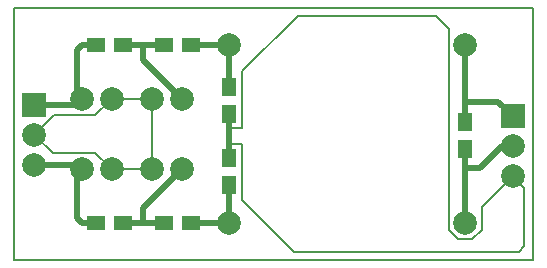
<source format=gtl>
%FSLAX42Y42*%
%MOMM*%
G71*
G01*
G75*
%ADD10R,1.52X1.27*%
%ADD11R,1.27X1.52*%
%ADD12C,0.20*%
%ADD13C,0.50*%
%ADD14C,2.00*%
%ADD15R,2.00X2.00*%
D10*
X43188Y32000D02*
D03*
X43416D02*
D03*
X43766D02*
D03*
X43995D02*
D03*
Y33500D02*
D03*
X43766D02*
D03*
X43416D02*
D03*
X43188D02*
D03*
D11*
X44316Y32321D02*
D03*
Y32550D02*
D03*
Y32921D02*
D03*
Y33150D02*
D03*
X46316Y32850D02*
D03*
Y32621D02*
D03*
D12*
X42496Y31680D02*
Y33820D01*
X46886D01*
Y31680D01*
X42496D01*
X42822Y32590D02*
X42666Y32746D01*
X42830Y32910D01*
X43180D01*
X43320Y33050D01*
X43662D01*
Y32450D01*
X43320D01*
X43180Y32590D01*
X42822D01*
X44316Y32670D02*
X44426D01*
Y32190D01*
X44866Y31750D01*
X46766D01*
X46816Y31800D01*
Y32292D01*
X46716Y32392D01*
X46456Y32132D01*
Y31940D01*
X46376Y31860D01*
X46256D01*
X46176Y31940D01*
Y33640D01*
X46066Y33750D01*
X44896D01*
X44426Y33280D01*
Y32800D01*
X44316D01*
D13*
X42666Y32492D02*
X43024D01*
X43066Y32450D01*
X43026Y32410D01*
Y32040D01*
X43066Y32000D01*
X43188D01*
X43416D02*
X43766D01*
X43586D02*
Y32120D01*
X43916Y32450D01*
X43995Y32000D02*
X44316D01*
Y32321D01*
X44316Y32550D02*
Y32921D01*
X44316Y33150D02*
Y33500D01*
X43995D01*
X43916Y33050D02*
X43586Y33380D01*
Y33500D01*
X43766D02*
X43416D01*
X43188D02*
X43066D01*
X43026Y33460D01*
Y33090D01*
X43066Y33050D01*
X43016Y33000D01*
X42666D01*
X46316Y32000D02*
Y32621D01*
Y32850D02*
Y33500D01*
Y33020D02*
X46596D01*
X46716Y32900D01*
Y32646D02*
X46622D01*
X46436Y32460D01*
X46316D01*
D14*
X42666Y32492D02*
D03*
X43066Y32450D02*
D03*
X43320Y32450D02*
D03*
X43662D02*
D03*
X43916D02*
D03*
X44316Y32000D02*
D03*
X43916Y33050D02*
D03*
X44316Y33500D02*
D03*
X43662Y33050D02*
D03*
X43320D02*
D03*
X43066D02*
D03*
X42666Y32746D02*
D03*
X46316Y32000D02*
D03*
X46716Y32392D02*
D03*
Y32646D02*
D03*
X46316Y33500D02*
D03*
D15*
X42666Y33000D02*
D03*
X46716Y32900D02*
D03*
M02*

</source>
